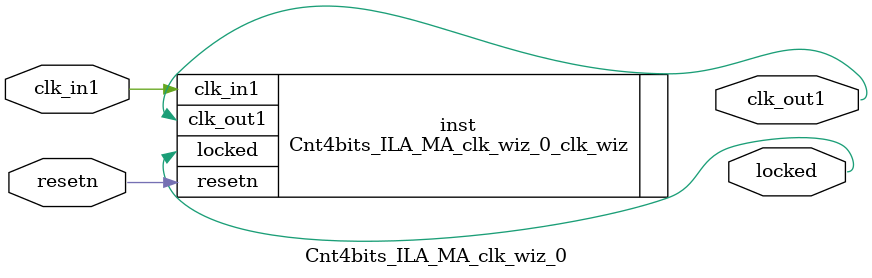
<source format=v>


`timescale 1ps/1ps

(* CORE_GENERATION_INFO = "Cnt4bits_ILA_MA_clk_wiz_0,clk_wiz_v6_0_14_0_0,{component_name=Cnt4bits_ILA_MA_clk_wiz_0,use_phase_alignment=true,use_min_o_jitter=false,use_max_i_jitter=false,use_dyn_phase_shift=false,use_inclk_switchover=false,use_dyn_reconfig=false,enable_axi=0,feedback_source=FDBK_AUTO,PRIMITIVE=MMCM,num_out_clk=1,clkin1_period=10.000,clkin2_period=10.000,use_power_down=false,use_reset=true,use_locked=true,use_inclk_stopped=false,feedback_type=SINGLE,CLOCK_MGR_TYPE=NA,manual_override=false}" *)

module Cnt4bits_ILA_MA_clk_wiz_0 
 (
  // Clock out ports
  output        clk_out1,
  // Status and control signals
  input         resetn,
  output        locked,
 // Clock in ports
  input         clk_in1
 );

  Cnt4bits_ILA_MA_clk_wiz_0_clk_wiz inst
  (
  // Clock out ports  
  .clk_out1(clk_out1),
  // Status and control signals               
  .resetn(resetn), 
  .locked(locked),
 // Clock in ports
  .clk_in1(clk_in1)
  );

endmodule

</source>
